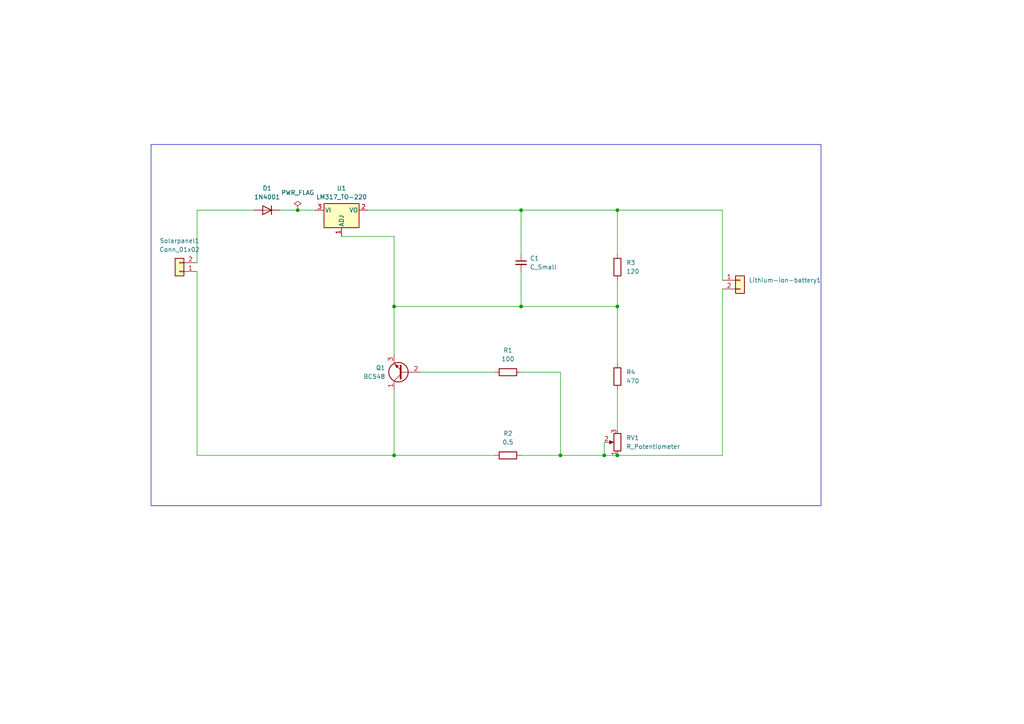
<source format=kicad_sch>
(kicad_sch (version 20250114) (generator "eeschema") (generator_version "9.0")
  (paper "A4")
  (lib_symbols
    (symbol "Connector_Generic:Conn_01x02" (pin_names (offset 1.016) (hide yes))
      (property "Reference" "J" (at 0 2.54 0))
      (property "Value" "Conn_01x02" (at 0 -5.08 0))
      (symbol "Conn_01x02_1_1"
        (rectangle (start -1.27 1.27) (end 1.27 -3.81) (stroke (width 0.254)) (fill (type background)))
        (rectangle (start -1.27 0.127) (end 0 -0.127) (stroke (width 0.1524)))
        (rectangle (start -1.27 -2.413) (end 0 -2.667) (stroke (width 0.1524)))
        (pin passive line (at -5.08 0 0) (length 3.81) (name "Pin_1") (number "1"))
        (pin passive line (at -5.08 -2.54 0) (length 3.81) (name "Pin_2") (number "2"))
      )
    )
    (symbol "Device:C_Small" (pin_numbers (hide yes)) (pin_names (offset 0.254) (hide yes))
      (property "Reference" "C" (at 0.254 1.778 0))
      (property "Value" "C_Small" (at 0.254 -2.032 0))
      (symbol "C_Small_0_1"
        (polyline (pts (xy -1.524 0.508) (xy 1.524 0.508)) (stroke (width 0.3048)))
        (polyline (pts (xy -1.524 -0.508) (xy 1.524 -0.508)) (stroke (width 0.3302)))
      )
      (symbol "C_Small_1_1"
        (pin passive line (at 0 2.54 270) (length 2.032) (name "~") (number "1"))
        (pin passive line (at 0 -2.54 90) (length 2.032) (name "~") (number "2"))
      )
    )
    (symbol "Device:R" (pin_numbers (hide yes)) (pin_names (offset 0))
      (property "Reference" "R" (at 2.032 0 90))
      (property "Value" "R" (at 0 0 90))
      (symbol "R_0_1"
        (rectangle (start -1.016 -2.54) (end 1.016 2.54) (stroke (width 0.254)))
      )
      (symbol "R_1_1"
        (pin passive line (at 0 3.81 270) (length 1.27) (name "~") (number "1"))
        (pin passive line (at 0 -3.81 90) (length 1.27) (name "~") (number "2"))
      )
    )
    (symbol "Device:R_Potentiometer" (pin_names (offset 1.016) (hide yes))
      (property "Reference" "RV" (at -4.445 0 90))
      (property "Value" "R_Potentiometer" (at -2.54 0 90))
      (symbol "R_Potentiometer_0_1"
        (rectangle (start 1.016 2.54) (end -1.016 -2.54) (stroke (width 0.254)))
        (polyline (pts (xy 1.143 0) (xy 2.286 0.508) (xy 2.286 -0.508) (xy 1.143 0)) (fill (type outline)))
        (polyline (pts (xy 2.54 0) (xy 1.524 0)))
      )
      (symbol "R_Potentiometer_1_1"
        (pin passive line (at 0 3.81 270) (length 1.27) (name "1") (number "1"))
        (pin passive line (at 0 -3.81 90) (length 1.27) (name "3") (number "3"))
        (pin passive line (at 3.81 0 180) (length 1.27) (name "2") (number "2"))
      )
    )
    (symbol "Diode:1N4001" (pin_numbers (hide yes)) (pin_names (hide yes))
      (property "Reference" "D" (at 0 2.54 0))
      (property "Value" "1N4001" (at 0 -2.54 0))
      (symbol "1N4001_0_1"
        (polyline (pts (xy -1.27 1.27) (xy -1.27 -1.27)) (stroke (width 0.254)))
        (polyline (pts (xy 1.27 1.27) (xy 1.27 -1.27) (xy -1.27 0) (xy 1.27 1.27)) (stroke (width 0.254)))
        (polyline (pts (xy 1.27 0) (xy -1.27 0)))
      )
      (symbol "1N4001_1_1"
        (pin passive line (at -3.81 0 0) (length 2.54) (name "K") (number "1"))
        (pin passive line (at 3.81 0 180) (length 2.54) (name "A") (number "2"))
      )
    )
    (symbol "Regulator_Linear:LM317_TO-220" (pin_names (offset 0.254))
      (property "Reference" "U" (at -3.81 3.175 0))
      (property "Value" "LM317_TO-220" (at 0 3.175 0))
      (symbol "LM317_TO-220_0_1"
        (rectangle (start -5.08 1.905) (end 5.08 -5.08) (stroke (width 0.254)) (fill (type background)))
      )
      (symbol "LM317_TO-220_1_1"
        (pin power_in line (at -7.62 0 0) (length 2.54) (name "VI") (number "3"))
        (pin input line (at 0 -7.62 90) (length 2.54) (name "ADJ") (number "1"))
        (pin power_out line (at 7.62 0 180) (length 2.54) (name "VO") (number "2"))
      )
    )
    (symbol "Transistor_BJT:BC548" (pin_names (offset 0) (hide yes))
      (property "Reference" "Q" (at 5.08 1.905 0))
      (property "Value" "BC548" (at 5.08 0 0))
      (symbol "BC548_0_1"
        (polyline (pts (xy -2.54 0) (xy 0.635 0)))
        (polyline (pts (xy 0.635 1.905) (xy 0.635 -1.905)) (stroke (width 0.508)))
        (circle (center 1.27 0) (radius 2.8194) (stroke (width 0.254)))
      )
      (symbol "BC548_1_1"
        (polyline (pts (xy 0.635 0.635) (xy 2.54 2.54)))
        (polyline (pts (xy 0.635 -0.635) (xy 2.54 -2.54)))
        (polyline (pts (xy 1.27 -1.778) (xy 1.778 -1.27) (xy 2.286 -2.286) (xy 1.27 -1.778)) (fill (type outline)))
        (pin input line (at -5.08 0 0) (length 2.54) (name "B") (number "2"))
        (pin passive line (at 2.54 5.08 270) (length 2.54) (name "C") (number "1"))
        (pin passive line (at 2.54 -5.08 90) (length 2.54) (name "E") (number "3"))
      )
    )
    (symbol "power:PWR_FLAG" (power) (pin_numbers (hide yes)) (pin_names (offset 0) (hide yes))
      (property "Value" "PWR_FLAG" (at 0 3.81 0))
      (symbol "PWR_FLAG_0_0"
        (pin power_out line (at 0 0 90) (length 0) (name "~") (number "1"))
      )
      (symbol "PWR_FLAG_0_1"
        (polyline (pts (xy 0 0) (xy 0 1.27) (xy -1.016 1.905) (xy 0 2.54) (xy 1.016 1.905) (xy 0 1.27)))
      )
    )
  )
  (text_box "" (at 43.815 41.91 0) (size 194.31 104.775) (margins 0.9525 0.9525 0.9525 0.9525) (effects (font (size 1.27 1.27)) (justify left top)))
  (junction (at 86.36 60.96))
  (junction (at 114.3 88.9))
  (junction (at 114.3 132.08))
  (junction (at 179.07 132.08))
  (junction (at 175.26 132.08))
  (junction (at 151.13 88.9))
  (junction (at 179.07 88.9))
  (junction (at 162.56 132.08))
  (junction (at 179.07 60.96))
  (junction (at 151.13 60.96))
  (wire (pts (xy 114.3 88.9) (xy 151.13 88.9)))
  (wire (pts (xy 121.92 107.95) (xy 143.51 107.95)))
  (wire (pts (xy 175.26 132.08) (xy 179.07 132.08)))
  (wire (pts (xy 151.13 73.66) (xy 151.13 60.96)))
  (wire (pts (xy 151.13 78.74) (xy 151.13 88.9)))
  (wire (pts (xy 114.3 102.87) (xy 114.3 88.9)))
  (wire (pts (xy 106.68 60.96) (xy 151.13 60.96)))
  (wire (pts (xy 179.07 113.03) (xy 179.07 124.46)))
  (wire (pts (xy 151.13 88.9) (xy 179.07 88.9)))
  (wire (pts (xy 179.07 81.28) (xy 179.07 88.9)))
  (wire (pts (xy 57.15 78.74) (xy 57.15 132.08)))
  (wire (pts (xy 179.07 60.96) (xy 209.55 60.96)))
  (wire (pts (xy 57.15 76.2) (xy 57.15 60.96)))
  (wire (pts (xy 179.07 60.96) (xy 179.07 73.66)))
  (wire (pts (xy 114.3 113.03) (xy 114.3 132.08)))
  (wire (pts (xy 57.15 132.08) (xy 114.3 132.08)))
  (wire (pts (xy 162.56 132.08) (xy 175.26 132.08)))
  (wire (pts (xy 162.56 107.95) (xy 162.56 132.08)))
  (wire (pts (xy 114.3 88.9) (xy 114.3 68.58)))
  (wire (pts (xy 179.07 132.08) (xy 209.55 132.08)))
  (wire (pts (xy 81.28 60.96) (xy 86.36 60.96)))
  (wire (pts (xy 114.3 68.58) (xy 99.06 68.58)))
  (wire (pts (xy 86.36 60.96) (xy 91.44 60.96)))
  (wire (pts (xy 114.3 132.08) (xy 143.51 132.08)))
  (wire (pts (xy 57.15 60.96) (xy 73.66 60.96)))
  (wire (pts (xy 151.13 107.95) (xy 162.56 107.95)))
  (wire (pts (xy 209.55 83.82) (xy 209.55 132.08)))
  (wire (pts (xy 151.13 60.96) (xy 179.07 60.96)))
  (wire (pts (xy 151.13 132.08) (xy 162.56 132.08)))
  (wire (pts (xy 179.07 88.9) (xy 179.07 105.41)))
  (wire (pts (xy 209.55 60.96) (xy 209.55 81.28)))
  (wire (pts (xy 175.26 128.27) (xy 175.26 132.08)))
  (symbol (lib_id "Device:R") (at 147.32 132.08 90) (unit 1)
    (property "Reference" "R2" (at 147.32 125.73 90))
    (property "Value" "0.5" (at 147.32 128.27 90))
    (property "Description" "Resistor" (effects (hide yes)))
  )
  (symbol (lib_id "Device:R") (at 179.07 109.22 0) (unit 1)
    (property "Reference" "R4" (at 181.61 107.9499 0) (effects (justify left)))
    (property "Value" "470" (at 181.61 110.4899 0) (effects (justify left)))
    (property "Description" "Resistor" (effects (hide yes)))
  )
  (symbol (lib_id "Transistor_BJT:BC548") (at 116.84 107.95 180) (unit 1)
    (property "Reference" "Q1" (at 111.76 106.6799 0) (effects (justify left)))
    (property "Value" "BC548" (at 111.76 109.2199 0) (effects (justify left)))
    (property "Footprint" "Package_TO_SOT_THT:TO-92_Inline" (effects (hide yes)))
    (property "Datasheet" "https://www.onsemi.com/pub/Collateral/BC550-D.pdf" (effects (hide yes)))
    (property "Description" "0.1A Ic, 30V Vce, Small Signal NPN Transistor, TO-92" (effects (hide yes)))
  )
  (symbol (lib_id "Diode:1N4001") (at 77.47 60.96 180) (unit 1)
    (property "Reference" "D1" (at 77.47 54.61 0))
    (property "Value" "1N4001" (at 77.47 57.15 0))
    (property "Footprint" "Diode_THT:D_DO-41_SOD81_P10.16mm_Horizontal" (effects (hide yes)))
    (property "Datasheet" "http://www.vishay.com/docs/88503/1n4001.pdf" (effects (hide yes)))
    (property "Description" "50V 1A General Purpose Rectifier Diode, DO-41" (effects (hide yes)))
    (property "Sim.Device" "D" (effects (hide yes)))
    (property "Sim.Pins" "1=K 2=A" (effects (hide yes)))
  )
  (symbol (lib_id "Device:R") (at 147.32 107.95 90) (unit 1)
    (property "Reference" "R1" (at 147.32 101.6 90))
    (property "Value" "100" (at 147.32 104.14 90))
    (property "Description" "Resistor" (effects (hide yes)))
  )
  (symbol (lib_id "Connector_Generic:Conn_01x02") (at 214.63 81.28 0) (unit 1)
    (property "Reference" "Lithium-ion-battery1" (at 217.17 81.2799 0) (effects (justify left)))
    (property "Value" "3.7v" (effects (hide yes)))
    (property "Description" "Generic connector, single row, 01x02, script generated (kicad-library-utils/schlib/autogen/connector/)" (effects (hide yes)))
  )
  (symbol (lib_id "power:PWR_FLAG") (at 86.36 60.96 0) (unit 1)
    (property "Reference" "#FLG01" (effects (hide yes)))
    (property "Value" "PWR_FLAG" (at 86.36 55.88 0))
    (property "Description" "Special symbol for telling ERC where power comes from" (effects (hide yes)))
  )
  (symbol (lib_id "Connector_Generic:Conn_01x02") (at 52.07 78.74 180) (unit 1)
    (property "Reference" "Solarpanel1" (at 52.07 69.85 0))
    (property "Value" "Conn_01x02" (at 52.07 72.39 0))
    (property "Description" "Generic connector, single row, 01x02, script generated (kicad-library-utils/schlib/autogen/connector/)" (effects (hide yes)))
  )
  (symbol (lib_id "Device:R_Potentiometer") (at 179.07 128.27 180) (unit 1)
    (property "Reference" "RV1" (at 181.61 126.9999 0) (effects (justify right)))
    (property "Value" "R_Potentiometer" (at 181.61 129.5399 0) (effects (justify right)))
    (property "Description" "Potentiometer" (effects (hide yes)))
  )
  (symbol (lib_id "Device:C_Small") (at 151.13 76.2 0) (unit 1)
    (property "Reference" "C1" (at 153.67 74.9362 0) (effects (justify left)))
    (property "Value" "C_Small" (at 153.67 77.4762 0) (effects (justify left)))
    (property "Description" "Unpolarized capacitor, small symbol" (effects (hide yes)))
  )
  (symbol (lib_id "Regulator_Linear:LM317_TO-220") (at 99.06 60.96 0) (unit 1)
    (property "Reference" "U1" (at 99.06 54.61 0))
    (property "Value" "LM317_TO-220" (at 99.06 57.15 0))
    (property "Footprint" "Package_TO_SOT_THT:TO-220-3_Vertical" (effects (hide yes)))
    (property "Datasheet" "http://www.ti.com/lit/ds/symlink/lm317.pdf" (effects (hide yes)))
    (property "Description" "1.5A 35V Adjustable Linear Regulator, TO-220" (effects (hide yes)))
  )
  (symbol (lib_id "Device:R") (at 179.07 77.47 0) (unit 1)
    (property "Reference" "R3" (at 181.61 76.1999 0) (effects (justify left)))
    (property "Value" "120" (at 181.61 78.7399 0) (effects (justify left)))
    (property "Description" "Resistor" (effects (hide yes)))
  )
)
</source>
